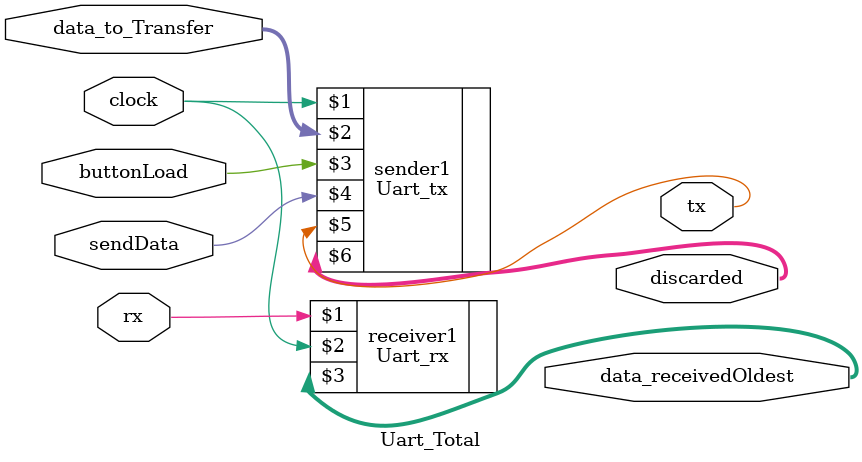
<source format=sv>
`timescale 1ns / 1ps


module Uart_Total(
    input clock,
    input buttonLoad,
    input sendData,
    input logic[7:0] data_to_Transfer,
    //output logic[7:0] data_received,
    output logic[7:0] data_receivedOldest,
    output logic[7:0] discarded,
    input rx,
    output tx
    );
    
    Uart_tx sender1(clock, data_to_Transfer, buttonLoad,sendData, tx, discarded);
    Uart_rx receiver1(rx, clock, data_receivedOldest);
    
    
    
endmodule

</source>
